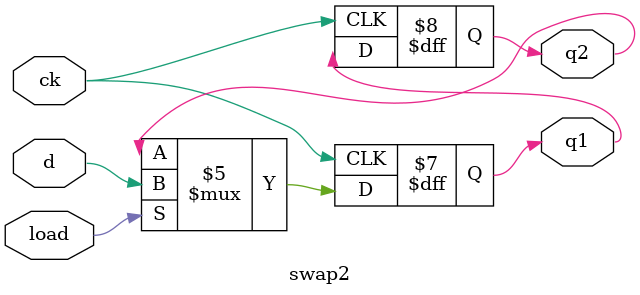
<source format=v>

/*
   Lección 6-3: Asignaciones con bloqueo y sin bloqueo.

   Un concepto muy importante a la hora de describir circuitos en Verilog es
   la diferencia entre las asignaciones con bloqueo (representadas por '=') y
   las asignaciones sin bloqueo (representadas por '<=') que pueden aparecer
   dentro de los procesos ('always' o 'initial'). La diferencia radica en la
   forma en que el simulador trata cada asignamiento y en la forma en que las
   herramientas de síntesis interpretan la funcionalidad que queremos
   describir.

   Asignaciones con bloqueo

   En las asignaciones con bloqueo ('=') se evalúa la parte derecha de la
   expresión y se asigna el valor a la parte izquierda antes de pasar a la
   siguiente expresión. Esta asignación es equivalente a la asignación de
   variables en el software. El orden de las asignaciones importa, por lo que
   el código:

   q1 = 0; q2 = 1;
   q1 = q2;
   q2 = q1;

   tendrá como resultado q1 = q2 = 1, mientras que el código:

   q1 = 0; q2 = 1;
   q2 = q1;
   q1 = q1;

   tendrá como resultado q1 = q2 = 0.

   Las asignaciones con bloqueo se emplean para describir comportamiento
   combinacional dentro de descripciones procedimentales, donde una variable
   puede ser asignada varias veces e interesa el valor final que obtenga.

   Asignaciones sin bloqueo

   En las asignaciones sin bloqueo ('<=') se evalúa la parte derecha de la
   expresión y el valor obtenido se guarda para su uso posterior, pero no se
   asigna a la parte izquierda de la expresión hasta que no se han evaluado
   todas las expresiones sin bloqueo en el procedimiento. De este modo, el
   orden en que son evaluadas estas asignaciones es irrelevante, de forma que
   el código:

   q1 = 0; q2 = 1;
   q1 <= q2;
   q2 <= q1;

   tendrá el mismo resultado que el código:

   q1 = 0; q2 = 1;
   q2 <= q1;
   q1 <= q1;

   esto es, q1 = 1, q2 = 0

   Las asignaciones sin bloqueo representan bien el comporatamiento de
   elementos secuenciales: la parte derecha de la expresión representa el
   próximo estado, que no se hará efectivo hasta que se produzca el evento que
   hace que se evalúe el procedimiento (típicamente una condición 'posedge'
   o 'negedge').

   Como regla general se debe usar '=' para asignar variables que representan
   funciones combinacionales, y se debe usar '<=' para asignar variables que
   puedan almacenar un valor.

   En esta lección veremos dos versiones de un circuito con dos elementos
   de memoria (q1 y q2) cuyo objetivo es conmutar el contenido de estos
   elementos con cada flanco positivo de la señal de reloj. El circuito tiene
   una señal de carga 'load' y otra de dato 'd' que permite cargar un valor
   en 'q1' desde el exterior con objeto de poder inicializar el dispositivo
   a un estado conocido.

   En la primera descripción (swap1) se emplean asignaciones con bloqueo y el
   resultado no es el esperado, mientras que en la segunda descripción (swap2)
   se emplean asignaciones sin bloqueo para resolver el problema.
*/

`timescale 1ns / 1ps

//////////////////////////////////////////////////////////////////////////
// Conmutador 1 (usando asignaciones bloqueantes)                       //
//////////////////////////////////////////////////////////////////////////

module swap1(
    input ck,      // reloj
    input load,    // señal de control de carga
    input d,       // dato a cargar en q1
    output reg q1, // elemento 1
    output reg q2  // elemento 2
    );

    always @(posedge ck)
        if (load) begin     // modo de carga
            q1 = d;
            /* a partir de aquí, q1 vale d */
            q2 = q1;
            /* a partir de aquí, q2 también vale d:
             * el valor de d se asigna tanto a q1 como a q2 */
        end
        else begin          // modo de conmutación
            q1 = q2;
            /* a partir de aquí q1 toma el valor de q2 */
            q2 = q1;
            /* q2 toma el valor de q1 que es el que ya tenía q2:
             * q1 y q2 toman el mismo valor igual al que ya
             * tenía q2 */
        end
endmodule // swap1

//////////////////////////////////////////////////////////////////////////
// Conmutador 2 (usando asignaciones no bloqueantes)                    //
//////////////////////////////////////////////////////////////////////////

module swap2(
    input ck,      // reloj
    input load,    // señal de control de carga
    input d,       // dato a cargar en q1
    output reg q1, // elemento 1
    output reg q2  // elemento 2
    );

    always @(posedge ck)
        if (load) begin     // modo de carga
            q1 <= d;
            /* el valor de d se reserva para ser asignado a q1,
             * pero q1 conserva por el momento su valor original */
            q2 <= q1;
            /* el valor original de q1 se reserva para ser
             * asignado a q2 */
        end
        /* finalmente, si se cumple la condición anterior, las variables
         * se asignan con los valores reservados:
         *   q1 toma el valor de d
         *   q2 toma el valor que tenía q1 antes de ser asignado
         */
        else begin          // modo de conmutación
            q1 <= q2;    /* se reserva el valor de q2 para ser
                          * asignado a q1 */
            q2 <= q1;    /* se reserva el valor de q1 para ser
                          * asignado a q2 */
        end
        /* q1 se asigna con el valor inicial de q2 y viceversa: los
         * contenidos de q1 y q2 se intercambian. */
endmodule // swap2

/*
   (continúa en block_tb.v)
*/

</source>
